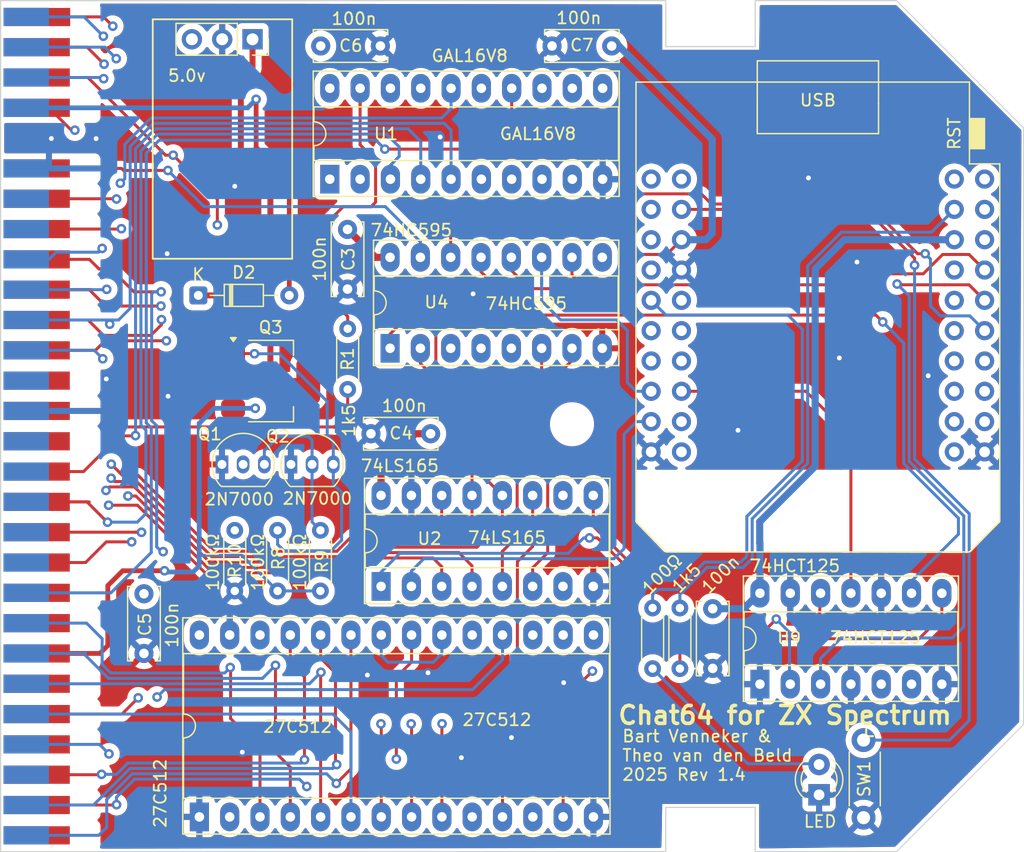
<source format=kicad_pcb>
(kicad_pcb (version 20241229) (generator "pcbnew") (generator_version "9.0")
  (layers (0 "F.Cu" signal) (4 "In1.Cu" signal) (6 "In2.Cu" signal) (2 "B.Cu" signal) (13 "F.Paste" user) (15 "B.Paste" user) (5 "F.SilkS" user "F.Silkscreen") (7 "B.SilkS" user "B.Silkscreen") (1 "F.Mask" user) (3 "B.Mask" user) (25 "Edge.Cuts" user))
  (net 0 "")
  (net 1 "GND")
  (net 2 "Net-(D1-A)")
  (net 3 "RST")
  (net 4 "LED")
  (net 5 "iRST")
  (net 6 "12V out")
  (net 8 "Net-(Q2-D)")
  (net 9 "12V")
  (net 10 "Net-(U1-IO1)")
  (net 11 "Net-(U3-IO_13{slash}TCK)")
  (net 12 "Net-(Q1-D)")
  (net 17 "unconnected-(U2-~{Q7}-Pad7)")
  (net 18 "sclk_1")
  (net 19 "oRST")
  (net 20 "oNMI")
  (net 21 "iIO1")
  (net 23 "RCLK")
  (net 25 "+5V")
  (net 30 "A2")
  (net 31 "A3")
  (net 32 "A4")
  (net 34 "A14")
  (net 35 "A15")
  (net 36 "D1")
  (net 37 "D2")
  (net 38 "D3")
  (net 39 "D4")
  (net 40 "D5")
  (net 42 "iIO2")
  (net 44 "D6")
  (net 45 "D7")
  (net 46 "RomCE")
  (net 51 "~{MREQ}")
  (net 53 "IO1")
  (net 55 "D0")
  (net 56 "IO2")
  (net 57 "~{NMI}")
  (net 58 "A5")
  (net 59 "A6")
  (net 62 "A8")
  (net 63 "A9")
  (net 64 "A10")
  (net 65 "A11")
  (net 67 "~{M1}")
  (net 70 "5V Spectrum")
  (net 72 "A12")
  (net 73 "A13")
  (net 74 "A7")
  (net 78 "~{RD}")
  (net 79 "~{RW}")
  (net 80 "A1")
  (net 81 "~{IORQ}")
  (net 82 "+9V")
  (net 83 "A0")
  (net 87 "sclk_2")
  (net 89 "oSdata")
  (net 90 "SPI CLK")
  (net 91 "MISO")
  (net 92 "MOSI")
  (net 93 "io26")
  (net 94 "io5")
  (net 95 "iSdata")
  (net 96 "iSdataH")
  (net 99 "+3V3")
  (footprint "Resistor_THT:R_Axial_DIN0204_L3.6mm_D1.6mm_P5.08mm_Horizontal" (layer "F.Cu") (at 76.3905 114.3635 90)
    (property "Reference" "R10")
    (property "Value" "100kΩ")
  )
  (footprint "Package_DIP:DIP-16_W7.62mm_Socket_LongPads" (layer "F.Cu") (at 89.403 94.03 90)
    (property "Reference" "U4")
    (property "Value" "74HC595")
  )
  (footprint "LED_THT:LED_D3.0mm" (layer "F.Cu") (at 125.349 131.445 90)
    (property "Reference" "D1" (hide yes))
    (property "Value" "LED")
  )
  (footprint "Capacitor_THT:C_Disc_D6.0mm_W2.5mm_P5.00mm" (layer "F.Cu") (at 107.975 68.7 180)
    (property "Reference" "C7")
    (property "Value" "100n")
  )
  (footprint "Resistor_THT:R_Axial_DIN0204_L3.6mm_D1.6mm_P5.08mm_Horizontal" (layer "F.Cu") (at 85.852 92.3925 -90)
    (property "Reference" "R1")
    (property "Value" "1k5")
  )
  (footprint "Barts:ZX_Bus_Edge_Connector" (layer "F.Cu") (at 60.82 99.28 -90)
    (property "Reference" "Z1" (hide yes))
    (property "Value" "ZX48Bus" (hide yes))
  )
  (footprint "Capacitor_THT:C_Disc_D6.0mm_W2.5mm_P5.00mm" (layer "F.Cu") (at 85.84 84.07 -90)
    (property "Reference" "C3")
    (property "Value" "100n")
  )
  (footprint "Resistor_THT:R_Axial_DIN0204_L3.6mm_D1.6mm_P5.08mm_Horizontal" (layer "F.Cu") (at 113.688 120.8715 90)
    (property "Reference" "R2" (hide yes))
    (property "Value" "1k5")
  )
  (footprint "Capacitor_THT:C_Disc_D6.0mm_W2.5mm_P5.00mm" (layer "F.Cu") (at 92.8 101.19 180)
    (property "Reference" "C4")
    (property "Value" "100n")
  )
  (footprint "MountingHole:MountingHole_3.2mm_M3" (layer "F.Cu") (at 104.648 100.3935)
    (property "Reference" "H1" (hide yes))
    (property "Value" "MountingHole" (hide yes))
  )
  (footprint "Resistor_THT:R_Axial_DIN0204_L3.6mm_D1.6mm_P5.08mm_Horizontal" (layer "F.Cu") (at 111.402 115.7915 -90)
    (property "Reference" "R3" (hide yes))
    (property "Value" "100Ω")
  )
  (footprint "Capacitor_THT:C_Disc_D6.0mm_W2.5mm_P5.00mm" (layer "F.Cu") (at 83.591 68.7)
    (property "Reference" "C6")
    (property "Value" "100n")
  )
  (footprint "Package_DIP:DIP-20_W7.62mm_Socket_LongPads" (layer "F.Cu") (at 84.353 79.863 90)
    (property "Reference" "U1")
    (property "Value" "GAL16V8")
  )
  (footprint "Diode_THT:D_DO-34_SOD68_P7.62mm_Horizontal" (layer "F.Cu") (at 73.3375 89.5985)
    (property "Reference" "D2")
    (property "Value" "BAT86")
  )
  (footprint "Package_DIP:DIP-28_W15.24mm_Socket_LongPads" (layer "F.Cu") (at 73.425 133.295 90)
    (property "Reference" "U7" (hide yes))
    (property "Value" "27C512")
  )
  (footprint "Resistor_THT:R_Axial_DIN0204_L3.6mm_D1.6mm_P5.08mm_Horizontal" (layer "F.Cu") (at 83.566 109.2835 -90)
    (property "Reference" "R9")
    (property "Value" "100kΩ")
  )
  (footprint "Package_DIP:DIP-14_W7.62mm_Socket_LongPads" (layer "F.Cu") (at 120.396 122.174 90)
    (property "Reference" "U9")
    (property "Value" "74HCT125")
  )
  (footprint "Capacitor_THT:C_Disc_D6.0mm_W2.5mm_P5.00mm" (layer "F.Cu") (at 116.4375 115.852 -90)
    (property "Reference" "C8" (hide yes))
    (property "Value" "100n")
  )
  (footprint "Package_TO_SOT_THT:TO-92_Inline" (layer "F.Cu") (at 81.5975 103.759)
    (property "Reference" "Q2")
    (property "Value" "2N7000")
  )
  (footprint "Package_TO_SOT_SMD:SOT-223-3_TabPin2" (layer "F.Cu") (at 79.4 96.774)
    (property "Reference" "Q3")
    (property "Value" "Q_PMOS_GDS")
  )
  (footprint "Barts:5v_switching_TO220" (layer "F.Cu") (at 77.9 68.75 90)
    (property "Reference" "U5" (hide yes))
    (property "Value" "5v module (hx1314G based)" (hide yes))
  )
  (footprint "Package_TO_SOT_THT:TO-92_Inline" (layer "F.Cu") (at 75.819 103.759)
    (property "Reference" "Q1")
    (property "Value" "2N7000")
  )
  (footprint "Resistor_THT:R_Axial_DIN0204_L3.6mm_D1.6mm_P5.08mm_Horizontal" (layer "F.Cu") (at 79.97825 109.2835 -90)
    (property "Reference" "R8")
    (property "Value" "100kΩ")
  )
  (footprint "Capacitor_THT:C_Disc_D6.0mm_W2.5mm_P5.00mm" (layer "F.Cu") (at 68.78 114.6 -90)
    (property "Reference" "C5")
    (property "Value" "100n")
  )
  (footprint "Barts_Footprints:SW_PUSH_HALF_6mm" (layer "F.Cu") (at 128.8775 133.3615 90)
    (property "Reference" "SW1")
    (property "Value" "SW_Push")
  )
  (footprint "Barts:ESP32_mini" (layer "F.Cu") (at 125.250189 91.2825 180)
    (property "Reference" "U3" (hide yes))
    (property "Value" "mini_esp32" (hide yes))
  )
  (footprint "Package_DIP:DIP-16_W7.62mm_Socket_LongPads" (layer "F.Cu") (at 88.65 113.98 90)
    (property "Reference" "U2" (hide yes))
    (property "Value" "74LS165")
  )
  (gr_line (start 112.506125 64.896989) (end 56.769 64.9005) (stroke (width 0.1)) (layer "Edge.Cuts"))
  (gr_line (start 142.49536 125.529) (end 131.845084 136.2075) (stroke (width 0.1)) (layer "Edge.Cuts"))
  (gr_line (start 112.5 132.5) (end 120 132.5) (stroke (width 0.1)) (layer "Edge.Cuts"))
  (gr_line (start 112.5 136.2075) (end 112.5 132.5) (stroke (width 0.1)) (layer "Edge.Cuts"))
  (gr_line (start 112.5 68.75) (end 120 68.75) (stroke (width 0.1)) (layer "Edge.Cuts"))
  (gr_line (start 142.494 75.5685) (end 142.49536 125.529) (stroke (width 0.1)) (layer "Edge.Cuts"))
  (gr_line (start 112.5 64.896989) (end 112.5 68.75) (stroke (width 0.1)) (layer "Edge.Cuts"))
  (gr_line (start 120 68.75) (end 120 64.897) (stroke (width 0.1)) (layer "Edge.Cuts"))
  (gr_line (start 112.5 136.2075) (end 56.769 136.2075) (stroke (width 0.1)) (layer "Edge.Cuts"))
  (gr_line (start 120 132.5) (end 120 136.2075) (stroke (width 0.1)) (layer "Edge.Cuts"))
  (gr_line (start 120 136.2075) (end 131.845084 136.2075) (stroke (width 0.1)) (layer "Edge.Cuts"))
  (gr_line (start 131.83416 64.9005) (end 142.494 75.5685) (stroke (width 0.1)) (layer "Edge.Cuts"))
  (gr_line (start 120 64.897) (end 131.83416 64.9005) (stroke (width 0.1)) (layer "Edge.Cuts"))
  (gr_line (start 56.769 64.9005) (end 56.769 136.2075) (stroke (width 0.1)) (layer "Edge.Cuts"))
  (gr_text "27C512" (at 70.15 131.32 90) (layer "F.SilkS") (effects (font (size 1 1))))
  (gr_text "74HC595" (at 91.186 84.1375 0) (layer "F.SilkS") (effects (font (size 1 1))))
  (gr_text "Bart Venneker & \nTheo van den Beld \n2025 Rev 1.4" (at 108.7755 128.143 0) (layer "F.SilkS") (effects (font (size 1 1)) (justify left)))
  (gr_text "Chat64 for ZX Spectrum" (at 122.4915 124.7775 0) (layer "F.SilkS") (effects (font (size 1.5 1.5) (thickness 0.3))))
  (gr_text "+" (at 129.2945 126.4175 0) (layer "F.SilkS") (effects (font (size 1.5 1.5) (thickness 0.17))))
  (gr_text "27C512" (at 98.3615 125.1585 0) (layer "F.SilkS") (effects (font (size 1 1))))
  (gr_text "GAL16V8" (at 96.075 69.525 0) (layer "F.SilkS") (effects (font (size 1 1))))
  (gr_text "74HCT125" (at 123.317 112.268 0) (layer "F.SilkS") (effects (font (size 1 1))))
  (gr_text "74LS165" (at 90.22 103.88 0) (layer "F.SilkS") (effects (font (size 1 1))))
  (via (at 70.725 86.1) (size 0.8) (drill 0.4) (layers "F.Cu" "B.Cu") (net 1))
  (via (at 77.02 127.87) (size 0.8) (drill 0.4) (layers "F.Cu" "B.Cu") (net 1))
  (via (at 124.46 79.756) (size 0.8) (drill 0.4) (layers "F.Cu" "B.Cu") (net 1))
  (via (at 99.575 126.65) (size 0.8) (drill 0.4) (layers "F.Cu" "B.Cu") (net 1))
  (via (at 93.599 76.327) (size 0.8) (drill 0.4) (layers "F.Cu" "B.Cu") (net 1))
  (via (at 61.0235 76.454) (size 0.8) (drill 0.4) (layers "F.Cu" "B.Cu") (net 1))
  (via (at 103.9495 122.047) (size 0.8) (drill 0.4) (layers "F.Cu" "B.Cu") (net 1))
  (via (at 65.625 96.6) (size 0.8) (drill 0.4) (layers "F.Cu" "B.Cu") (net 1))
  (via (at 118.5545 100.9015) (size 0.8) (drill 0.4) (layers "F.Cu" "B.Cu") (net 1))
  (via (at 96.357 89.47) (size 0.8) (drill 0.4) (layers "F.Cu" "B.Cu") (net 1))
  (via (at 127.045689 94.8415) (size 0.8) (drill 0.4) (layers "F.Cu" "B.Cu") (net 1))
  (via (at 92.583 121.2215) (size 0.8) (drill 0.4) (layers "F.Cu" "B.Cu") (net 1))
  (via (at 95.377 128.3335) (size 0.8) (drill 0.4) (layers "F.Cu" "B.Cu") (net 1))
  (via (at 64.77 76.46) (size 0.8) (drill 0.4) (layers "F.Cu" "B.Cu") (net 1))
  (via (at 134.493 96.3295) (size 0.8) (drill 0.4) (layers "F.Cu" "B.Cu") (net 1))
  (via (at 128.524 86.8045) (size 0.8) (drill 0.4) (layers "F.Cu" "B.Cu") (net 1))
  (via (at 70.8 98.05) (size 0.8) (drill 0.4) (layers "F.Cu" "B.Cu") (net 1))
  (via (at 76.3905 80.4545) (size 0.8) (drill 0.4) (layers "F.Cu" "B.Cu") (net 1))
  (via (at 87.503 121.412) (size 0.8) (drill 0.4) (layers "F.Cu" "B.Cu") (net 1))
  (segment (start 119.372 128.8415) (end 124.968 128.8415) (width 0.25) (layer "B.Cu") (net 2))
  (segment (start 111.402 120.8715) (end 119.372 128.8415) (width 0.25) (layer "B.Cu") (net 2))
  (segment (start 99.593 75.413) (end 99.593 72.243) (width 0.25) (layer "F.Cu") (net 3))
  (segment (start 97.663 77.343) (end 99.593 75.413) (width 0.25) (layer "F.Cu") (net 3))
  (segment (start 88.9635 77.343) (end 97.663 77.343) (width 0.25) (layer "F.Cu") (net 3))
  (via (at 88.9635 77.343) (size 0.8) (drill 0.4) (layers "F.Cu" "B.Cu") (net 3))
  (segment (start 68.97606 100.280842) (end 69.394031 100.698814) (width 0.25) (layer "B.Cu") (net 3))
  (segment (start 70.056653 76.597629) (end 68.97606 77.678222) (width 0.25) (layer "B.Cu") (net 3))
  (segment (start 68.97606 77.678222) (end 68.97606 100.280842) (width 0.25) (layer "B.Cu") (net 3))
  (segment (start 66.014031 114.52) (end 69.394031 111.14) (width 0.25) (layer "B.Cu") (net 3))
  (segment (start 65.22 114.52) (end 60.82 114.52) (width 0.25) (layer "B.Cu") (net 3))
  (segment (start 88.218129 76.597629) (end 70.056653 76.597629) (width 0.25) (layer "B.Cu") (net 3))
  (segment (start 69.394031 100.698814) (end 69.394031 111.14) (width 0.25) (layer "B.Cu") (net 3))
  (segment (start 65.22 114.52) (end 66.014031 114.52) (width 0.25) (layer "B.Cu") (net 3))
  (segment (start 88.9635 77.343) (end 88.218129 76.597629) (width 0.25) (layer "B.Cu") (net 3))
  (segment (start 122.7455 91.2495) (end 123.943189 92.447189) (width 0.25) (layer "B.Cu") (net 4))
  (segment (start 119.296 111.44619) (end 118.79819 111.944) (width 0.25) (layer "B.Cu") (net 4))
  (segment (start 115.76419 111.944) (end 113.47169 114.2365) (width 0.25) (layer "B.Cu") (net 4))
  (segment (start 111.8235 114.2365) (end 111.402 114.658) (width 0.25) (layer "B.Cu") (net 4))
  (segment (start 111.280189 90.0125) (end 112.517189 91.2495) (width 0.25) (layer "B.Cu") (net 4))
  (segment (start 118.79819 111.944) (end 115.76419 111.944) (width 0.25) (layer "B.Cu") (net 4))
  (segment (start 112.517189 91.2495) (end 122.7455 91.2495) (width 0.25) (layer "B.Cu") (net 4))
  (segment (start 111.402 114.658) (end 111.402 115.7915) (width 0.25) (layer "B.Cu") (net 4))
  (segment (start 113.47169 114.2365) (end 111.8235 114.2365) (width 0.25) (layer "B.Cu") (net 4))
  (segment (start 119.296 108.120892) (end 119.296 111.44619) (width 0.25) (layer "B.Cu") (net 4))
  (segment (start 123.943189 92.447189) (end 123.943189 103.473703) (width 0.25) (layer "B.Cu") (net 4))
  (segment (start 123.943189 103.473703) (end 119.296 108.120892) (width 0.25) (layer "B.Cu") (net 4))
  (segment (start 133.35 86.487) (end 133.35 87.06375) (width 0.25) (layer "F.Cu") (net 5))
  (segment (start 130.20675 83.34375) (end 133.35 86.487) (width 0.25) (layer "F.Cu") (net 5))
  (segment (start 129.2555 82.3925) (end 113.820189 82.3925) (width 0.25) (layer "F.Cu") (net 5))
  (segment (start 129.2555 82.3925) (end 130.20675 83.34375) (width 0.25) (layer "F.Cu") (net 5))
  (via (at 133.35 87.06375) (size 0.8) (drill 0.4) (layers "F.Cu" "B.Cu") (net 5))
  (segment (start 137.9285 125.2155) (end 136.2825 126.8615) (width 0.25) (layer "B.Cu") (net 5))
  (segment (start 137.9285 107.89019) (end 137.9285 125.2155) (width 0.25) (layer "B.Cu") (net 5))
  (segment (start 133.35 87.06375) (end 133.35 103.31169) (width 0.25) (layer "B.Cu") (net 5))
  (segment (start 136.2825 126.8615) (end 129.0775 126.8615) (width 0.25) (layer "B.Cu") (net 5))
  (segment (start 133.35 103.31169) (end 137.9285 107.89019) (width 0.25) (layer "B.Cu") (net 5))
  (segment (start 76.9 78.26) (end 76.9 71.55) (width 0.5) (layer "F.Cu") (net 6))
  (segment (start 78.949 80.309) (end 76.9 78.26) (width 0.5) (layer "F.Cu") (net 6))
  (segment (start 79.375 89.535) (end 79.375 80.735) (width 0.5) (layer "F.Cu") (net 6))
  (segment (start 79.375 96.774) (end 76.25 96.774) (width 0.5) (layer "F.Cu") (net 6))
  (segment (start 76.9 71.55) (end 77.878 70.572) (width 0.5) (layer "F.Cu") (net 6))
  (segment (start 79.375 80.735) (end 78.949 80.309) (width 0.5) (layer "F.Cu") (net 6))
  (segment (start 77.878 70.572) (end 77.878 68.137) (width 0.5) (layer "F.Cu") (net 6))
  (segment (start 79.375 89.535) (end 79.3115 89.5985) (width 0.5) (layer "F.Cu") (net 6))
  (segment (start 82.55 96.774) (end 79.375 96.774) (width 0.5) (layer "F.Cu") (net 6))
  (segment (start 79.375 96.774) (end 79.375 89.535) (width 0.5) (layer "F.Cu") (net 6))
  (segment (start 79.3115 89.5985) (end 73.3375 89.5985) (width 0.5) (layer "F.Cu") (net 6))
  (segment (start 75.858 94.742) (end 75.844 94.756) (width 0.4) (layer "F.Cu") (net 8))
  (segment (start 76.25 94.474) (end 78.0275 94.474) (width 0.25) (layer "F.Cu") (net 8))
  (segment (start 78.0275 94.474) (end 78.0415 94.488) (width 0.25) (layer "F.Cu") (net 8))
  (via (at 78.0415 94.488) (size 0.8) (drill 0.4) (layers "F.Cu" "B.Cu") (net 8))
  (segment (start 84.455 110.998) (end 85.344 110.109) (width 0.25) (layer "B.Cu") (net 8))
  (segment (start 85.344 106.1085) (end 84.6475 105.412) (width 0.25) (layer "B.Cu") (net 8))
  (segment (start 85.344 110.109) (end 85.344 106.1085) (width 0.25) (layer "B.Cu") (net 8))
  (segment (start 78.0415 94.488) (end 80.137 94.488) (width 0.25) (layer "B.Cu") (net 8))
  (segment (start 84.1375 98.4885) (end 84.1375 101.346) (width 0.25) (layer "B.Cu") (net 8))
  (segment (start 84.6475 105.412) (end 84.6475 103.759) (width 0.25) (layer "B.Cu") (net 8))
  (segment (start 80.137 94.488) (end 84.1375 98.4885) (width 0.25) (layer "B.Cu") (net 8))
  (segment (start 79.97825 109.2835) (end 79.97825 110.45825) (width 0.25) (layer "B.Cu") (net 8))
  (segment (start 79.97825 110.45825) (end 80.518 110.998) (width 0.25) (layer "B.Cu") (net 8))
  (segment (start 80.518 110.998) (end 84.455 110.998) (width 0.25) (layer "B.Cu") (net 8))
  (segment (start 84.1375 101.346) (end 84.6475 101.856) (width 0.25) (layer "B.Cu") (net 8))
  (segment (start 84.6475 101.856) (end 84.6475 103.759) (width 0.25) (layer "B.Cu") (net 8))
  (segment (start 76.25 99.074) (end 78.091 99.074) (width 0.25) (layer "F.Cu") (net 9))
  (segment (start 65.0875 119.6) (end 60.82 119.6) (width 0.4) (layer "F.Cu") (net 9))
  (segment (start 65.75 118.9375) (end 65.0875 119.6) (width 0.4) (layer "F.Cu") (net 9))
  (segment (start 65.75 113.92) (end 65.75 118.9375) (width 0.4) (layer "F.Cu") (net 9))
  (segment (start 78.091 99.074) (end 78.105 99.06) (width 0.25) (layer "F.Cu") (net 9))
  (segment (start 67 112.67) (end 65.75 113.92) (width 0.4) (layer "F.Cu") (net 9))
  (segment (start 70.5 112.67) (end 67 112.67) (width 0.4) (layer "F.Cu") (net 9))
  (via (at 70.5 112.67) (size 0.8) (drill 0.4) (layers "F.Cu" "B.Cu") (net 9))
  (via (at 78.105 99.06) (size 0.8) (drill 0.4) (layers "F.Cu" "B.Cu") (net 9))
  (segment (start 76.99375 111.379) (end 73.4695 111.379) (width 0.25) (layer "B.Cu") (net 9))
  (segment (start 73.41 100.838) (end 73.41 100.326) (width 0.4) (layer "B.Cu") (net 9))
  (segment (start 73.41 100.326) (end 74.676 99.06) (width 0.4) (layer "B.Cu") (net 9))
  (segment (start 73.41 112.264) (end 73.41 106.36) (width 0.4) (layer "B.Cu") (net 9))
  (segment (start 73.41 106.36) (end 73.5 106.45) (width 0.4) (layer "B.Cu") (net 9))
  (segment (start 73.41 101.95) (end 73.41 106.36) (width 0.4) (layer "B.Cu") (net 9))
  (segment (start 70.5 112.67) (end 70.606 112.776) (width 0.4) (layer "B.Cu") (net 9))
  (segment (start 72.898 112.776) (end 73.41 112.264) (width 0.4) (layer "B.Cu") (net 9))
  (segment (start 73.41 101.61) (end 73.41 100.838) (width 0.4) (layer "B.Cu") (net 9))
  (segment (start 83.566 114.3635) (end 79.97825 114.3635) (width 0.25) (layer "B.Cu") (net 9))
  (segment (start 73.41 101.95) (end 73.41 101.61) (width 0.4) (layer "B.Cu") (net 9))
  (segment (start 79.97825 114.3635) (end 76.99375 111.379) (width 0.25) (layer "B.Cu") (net 9))
  (segment (start 74.676 99.06) (end 78.105 99.06) (width 0.4) (layer "B.Cu") (net 9))
  (segment (start 70.606 112.776) (end 72.898 112.776) (width 0.4) (layer "B.Cu") (net 9))
  (segment (start 86.893 76.983) (end 88.19 78.28) (width 0.25) (layer "F.Cu") (net 10))
  (segment (start 88.19 81.788) (end 87.809 82.169) (width 0.25) (layer "F.Cu") (net 10))
  (segment (start 86.893 72.243) (end 86.893 76.983) (width 0.25) (layer "F.Cu") (net 10))
  (segment (start 86.893 72.243) (end 86.893 73.847) (width 0.25) (layer "F.Cu") (net 10))
  (segment (start 84.341 89.8525) (end 85.852 91.3635) (width 0.25) (layer "F.Cu") (net 10))
  (segment (start 88.19 78.28) (end 88.19 81.788) (width 0.25) (layer "F.Cu") (net 10))
  (segment (start 85.852 91.3635) (end 85.852 92.3925) (width 0.25) (layer "F.Cu") (net 10))
  (segment (start 85.471 82.169) (end 84.341 83.299) (width 0.25) (layer "F.Cu") (net 10))
  (segment (start 87.809 82.169) (end 85.471 82.169) (width 0.25) (layer "F.Cu") (net 10))
  (segment (start 84.341 83.299) (end 84.341 89.8525) (width 0.25) (layer "F.Cu") (net 10))
  (segment (start 113.688 115.7915) (end 113.7285 115.751) (width 0.25) (layer "F.Cu") (net 11))
  (segment (start 134.766189 84.3065) (end 136.680189 82.3925) (width 0.25) (layer "B.Cu") (net 11))
  (segment (start 113.688 115.7915) (end 113.688 114.658) (width 0.25) (layer "B.Cu") (net 11))
  (segment (start 118.985 112.395) (end 119.747 111.633) (width 0.25) (layer "B.Cu") (net 11))
  (segment (start 113.688 114.658) (end 115.951 112.395) (width 0.25) (layer "B.Cu") (net 11))
  (segment (start 119.747 111.633) (end 119.747 108.307702) (width 0.25) (layer "B.Cu") (net 11))
  (segment (start 127.215702 84.3065) (end 134.766189 84.3065) (width 0.25) (layer "B.Cu") (net 11))
  (segment (start 119.747 108.307702) (end 124.394189 103.660513) (width 0.25) (layer "B.Cu") (net 11))
  (segment (start 124.394189 103.660513) (end 124.394189 87.128013) (width 0.25) (layer "B.Cu") (net 11))
  (segment (start 124.394189 87.128013) (end 127.215702 84.3065) (width 0.25) (layer "B.Cu") (net 11))
  (segment (start 115.951 112.395) (end 118.985 112.395) (width 0.25) (layer "B.Cu") (net 11))
  (segment (start 82.8675 103.759) (end 82.8675 108.585) (width 0.25) (layer "B.Cu") (net 12))
  (segment (start 82.8675 101.727) (end 82.8675 103.759) (width 0.25) (layer "B.Cu") (net 12))
  (segment (start 78.869 103.632) (end 78.869 102.614) (width 0.25) (layer "B.Cu") (net 12))
  (segment (start 78.869 102.614) (end 80.0735 101.4095) (width 0.25) (layer "B.Cu") (net 12))
  (segment (start 80.0735 101.4095) (end 82.55 101.4095) (width 0.25) (layer "B.Cu") (net 12))
  (segment (start 82.55 101.4095) (end 82.8675 101.727) (width 0.25) (layer "B.Cu") (net 12))
  (segment (start 82.8675 108.585) (end 83.566 109.2835) (width 0.25) (layer "B.Cu") (net 12))
  (segment (start 111.280189 100.1725) (end 110.059 100.1725) (width 0.25) (layer "B.Cu") (net 18))
  (segment (start 92.23 111.66) (end 108.165 111.66) (width 0.25) (layer "B.Cu") (net 18))
  (segment (start 108.165 111.66) (end 109.0125 110.8125) (width 0.25) (layer "B.Cu") (net 18))
  (segment (start 91.19 112.7) (end 92.23 111.66) (width 0.25) (layer "B.Cu") (net 18))
  (segment (start 109.0125 110.8125) (end 109.0125 101.219) (width 0.25) (layer "B.Cu") (net 18))
  (segment (start 91.19 113.98) (end 91.19 112.7) (width 0.25) (layer "B.Cu") (net 18))
  (segment (start 110.059 100.1725) (end 109.0125 101.219) (width 0.25) (layer "B.Cu") (net 18))
  (segment (start 124.239 97.6325) (end 128.016 101.4095) (width 0.25) (layer "F.Cu") (net 21))
  (segment (start 128.016 101.4095) (end 128.016 114.554) (width 0.25) (layer "F.Cu") (net 21))
  (segment (start 113.820189 97.6325) (end 124.239 97.6325) (width 0.25) (layer "F.Cu") (net 21))
  (segment (start 108.7055 89.0335) (end 101.0985 89.0335) (width 0.25) (layer "F.Cu") (net 23))
  (segment (start 135.6995 86.1695) (end 134.08025 87.78875) (width 0.25) (layer "F.Cu") (net 23))
  (segment (start 137.917189 86.1695) (end 135.6995 86.1695) (width 0.25) (layer "F.Cu") (net 23))
  (segment (start 109.0295 88.7095) (end 108.7055 89.0335) (width 0.25) (layer "F.Cu") (net 23))
  (segment (start 134.08025 87.78875) (end 130.33375 87.78875) (width 0.25) (layer "F.Cu") (net 23))
  (segment (start 101.0985 89.0335) (end 99.563 87.498) (width 0.25) (layer "F.Cu") (net 23))
  (segment (start 139.220189 87.4725) (end 137.917189 86.1695) (width 0.25) (layer "F.Cu") (net 23))
  (segment (start 99.563 87.498) (end 99.563 86.41) (width 0.25) (layer "F.Cu") (net 23))
  (segment (start 130.33375 87.78875) (end 129.413 88.7095) (width 0.25) (layer "F.Cu") (net 23))
  (segment (start 129.413 88.7095) (end 109.0295 88.7095) (width 0.25) (layer "F.Cu") (net 23))
  (segment (start 104.643 86.41) (end 104.643 87.879) (width 0.25) (layer "F.Cu") (net 25))
  (segment (start 105.3465 88.5825) (end 107.7595 88.5825) (width 0.25) (layer "F.Cu") (net 25))
  (segment (start 112.583189 86.1695) (end 113.820189 84.9325) (width 0.25) (layer "F.Cu") (net 25))
  (segment (start 91.51 101.19) (end 92.8 101.19) (width 0.6) (layer "F.Cu") (net 25))
  (segment (start 85.84 84.07) (end 88.18 86.41) (width 0.6) (layer "F.Cu") (net 25))
  (segment (start 88.65 104.05) (end 91.51 101.19) (width 0.6) (layer "F.Cu") (net 25))
  (segment (start 110.1725 86.1695) (end 112.583189 86.1695) (width 0.25) (layer "F.Cu") (net 25))
  (segment (start 104.643 87.879) (end 105.3465 88.5825) (width 0.25) (layer "F.Cu") (net 25))
  (segment (start 88.18 86.41) (end 89.403 86.41) (width 0.6) (layer "F.Cu") (net 25))
  (segment (start 107.7595 88.5825) (end 110.1725 86.1695) (width 0.25) (layer "F.Cu") (net 25))
  (segment (start 88.65 106.36) (end 88.65 104.05) (width 0.6) (layer "F.Cu") (net 25))
  (segment (start 107.975 68.7) (end 108.578 68.7) (width 0.6) (layer "B.Cu") (net 25))
  (segment (start 116.3955 84.3915) (end 115.8545 84.9325) (width 0.6) (layer "B.Cu") (net 25))
  (segment (start 108.578 68.7) (end 116.3955 76.5175) (width 0.6) (layer "B.Cu") (net 25))
  (segment (start 116.3955 76.5175) (end 116.3955 84.3915) (width 0.6) (layer "B.Cu") (net 25))
  (segment (start 115.8545 84.9325) (end 113.820189 84.9325) (width 0.6) (layer "B.Cu") (net 25))
  (segment (start 91.205 125.535) (end 91.205 133.295) (width 0.25) (layer "F.Cu") (net 30))
  (segment (start 91.17 125.5) (end 91.205 125.535) (width 0.25) (layer "F.Cu") (net 30))
  (via (at 91.17 125.5) (size 0.8) (drill 0.4) (layers "F.Cu" "B.Cu") (net 30))
  (via (at 65.913 92.0115) (size 0.8) (drill 0.4) (layers "F.Cu" "B.Cu") (net 30))
  (segment (start 67.6275 77.119629) (end 69.563129 75.184) (width 0.25) (layer "B.Cu") (net 30))
  (segment (start 64.677 91.66) (end 65.1805 91.66) (width 0.25) (layer "B.Cu") (net 30))
  (segment (start 65.1805 91.66) (end 65.5615 91.66) (width 0.25) (layer "B.Cu") (net 30))
  (segment (start 65.5615 91.66) (end 65.913 92.0115) (width 0.25) (layer "B.Cu") (net 30))
  (segment (start 94.513 75.756) (end 94.513 79.863) (width 0.25) (layer "B.Cu") (net 30))
  (segment (start 66.65 91.66) (end 67.6275 90.6825) (width 0.25) (layer "B.Cu") (net 30))
  (segment (start 93.941 75.184) (end 94.513 75.756) (width 0.25) (layer "B.Cu") (net 30))
  (segment (start 69.563129 75.184) (end 93.941 75.184) (width 0.25) (layer "B.Cu") (net 30))
  (segment (start 67.6275 90.6825) (end 67.6275 77.119629) (width 0.25) (layer "B.Cu") (net 30))
  (segment (start 65.1805 91.66) (end 66.65 91.66) (width 0.25) (layer "B.Cu") (net 30))
  (segment (start 60.82 91.66) (end 64.677 91.66) (width 0.25) (layer "B.Cu") (net 30))
  (segment (start 88.665 125.525) (end 88.665 133.295) (width 0.25) (layer "F.Cu") (net 31))
  (segment (start 88.64 125.5) (end 88.665 125.525) (width 0.25) (layer "F.Cu") (net 31))
  (via (at 88.64 125.5) (size 0.8) (drill 0.4) (layers "F.Cu" "B.Cu") (net 31))
  (via (at 65.33 94.91) (size 0.8) (drill 0.4) (layers "F.Cu" "B.Cu") (net 31))
  (segment (start 64.62 94.2) (end 65.33 94.91) (width 0.25) (layer "B.Cu") (net 31))
  (segment (start 60.82 94.2) (end 64.62 94.2) (width 0.25) (layer "B.Cu") (net 31))
  (segment (start 84.61 124.68) (end 86.125 126.195) (width 0.25) (layer "B.Cu") (net 32))
  (segment (start 86.125 126.195) (end 86.125 133.295) (width 0.25) (layer "B.Cu") (net 32))
  (segment (start 60.82 124.68) (end 84.61 124.68) (width 0.25) (layer "B.Cu") (net 32))
  (via (at 65.38 67.88) (size 0.8) (drill 0.4) (layers "F.Cu" "B.Cu") (net 34))
  (segment (start 63.76 66.26) (end 65.38 67.88) (width 0.25) (layer "B.Cu") (net 34))
  (segment (start 60.82 66.26) (end 63.76 66.26) (width 0.25) (layer "B.Cu") (net 34))
  (segment (start 65.39 66.26) (end 60.82 66.26) (width 0.25) (layer "F.Cu") (net 35))
  (segment (start 66.17 67.04) (end 65.39 66.26) (width 0.25) (layer "F.Cu") (net 35))
  (via (at 66.17 67.04) (size 0.8) (drill 0.4) (layers "F.Cu" "B.Cu") (net 35))
  (segment (start 66.46 81.5) (end 60.82 81.5) (width 0.25) (layer "F.Cu") (net 36))
  (segment (start 96.721 99.431) (end 93.24 95.95) (width 0.25) (layer "F.Cu") (net 36))
  (segment (start 74.27312 111.9375) (end 85.31838 111.9375) (width 0.25) (layer "F.Cu") (net 36))
  (segment (start 93.24 95.95) (end 93.24 92.43) (width 0.25) (layer "F.Cu") (net 36))
  (segment (start 65.6 105.94) (end 65.894 105.646) (width 0.25) (layer "F.Cu") (net 36))
  (segment (start 65.894 105.646) (end 67.98162 105.646) (width 0.25) (layer "F.Cu") (net 36))
  (segment (start 93.24 92.43) (end 92.6 91.79) (width 0.25) (layer "F.Cu") (net 36))
  (segment (start 92.6 91.79) (end 90.45 91.79) (width 0.25) (layer "F.Cu") (net 36))
  (segment (start 85.31838 111.9375) (end 86.55788 110.698) (width 0.25) (layer "F.Cu") (net 36))
  (segment (start 86.55788 110.698) (end 96.682 110.698) (width 0.25) (layer "F.Cu") (net 36))
  (segment (start 96.721 104.271) (end 96.721 99.431) (width 0.25) (layer "F.Cu") (net 36))
  (segment (start 98.81 108.57) (end 98.81 106.36) (width 0.25) (layer "F.Cu") (net 36))
  (segment (start 98.81 106.36) (end 96.721 104.271) (width 0.25) (layer "F.Cu") (net 36))
  (segment (start 89.403 94.03) (end 88.94 94.493) (width 0.25) (layer "F.Cu") (net 36))
  (segment (start 90.45 91.79) (end 89.403 92.837) (width 0.25) (layer "F.Cu") (net 36))
  (segment (start 67.98162 105.646) (end 74.27312 111.9375) (width 0.25) (layer "F.Cu") (net 36))
  (segment (start 89.403 92.837) (end 89.403 94.03) (width 0.25) (layer "F.Cu") (net 36))
  (segment (start 66.48 81.52) (end 66.46 81.5) (width 0.25) (layer "F.Cu") (net 36))
  (segment (start 96.682 110.698) (end 98.81 108.57) (width 0.25) (layer "F.Cu") (net 36))
  (via (at 65.6 105.94) (size 0.8) (drill 0.4) (layers "F.Cu" "B.Cu") (net 36))
  (via (at 66.48 81.52) (size 0.8) (drill 0.4) (layers "F.Cu" "B.Cu") (net 36))
  (segment (start 106.36 121.08) (end 103.905 123.535) (width 0.25) (layer "F.Cu") (net 37))
  (segment (start 94.993 110.247) (end 96.27 108.97) (width 0.25) (layer "F.Cu") (net 37))
  (segment (start 91.943 95.29081) (end 96.27 99.61781) (width 0.25) (layer "F.Cu") (net 37))
  (segment (start 66.86 84.04) (end 60.82 84.04) (width 0.25) (layer "F.Cu") (net 37))
  (segment (start 103.905 123.535) (end 103.905 133.295) (width 0.25) (layer "F.Cu") (net 37))
  (segment (start 68.16843 105.195) (end 74.45993 111.4865) (width 0.25) (layer "F.Cu") (net 37))
  (segment (start 66.03 104.92) (end 66.25192 105.14192) (width 0.25) (layer "F.Cu") (net 37))
  (segment (start 66.89 84.01) (end 66.86 84.04) (width 0.25) (layer "F.Cu") (net 37))
  (segment (start 86.37107 110.247) (end 94.993 110.247) (width 0.25) (layer "F.Cu") (net 37))
  (segment (start 96.27 108.97) (end 96.27 106.36) (width 0.25) (layer "F.Cu") (net 37))
  (segment (start 96.27 99.61781) (end 96.27 106.36) (width 0.25) (layer "F.Cu") (net 37))
  (segment (start 91.943 94.03) (end 91.943 95.29081) (width 0.25) (layer "F.Cu") (net 37))
  (segment (start 85.13157 111.4865) (end 86.37107 110.247) (width 0.25) (layer "F.Cu") (net 37))
  (segment (start 74.45993 111.4865) (end 85.13157 111.4865) (width 0.25) (layer "F.Cu") (net 37))
  (segment (start 66.03 104.92) (end 66.305 105.195) (width 0.25) (layer "F.Cu") (net 37))
  (segment (start 66.305 105.195) (end 68.16843 105.195) (width 0.25) (layer "F.Cu") (net 37))
  (via (at 66.03 104.92) (size 0.8) (drill 0.4) (layers "F.Cu" "B.Cu") (net 37))
  (via (at 106.36 121.08) (size 0.8) (drill 0.4) (layers "F.Cu" "B.Cu") (net 37))
  (via (at 66.89 84.01) (size 0.8) (drill 0.4) (layers "F.Cu" "B.Cu") (net 37))
  (segment (start 91.943 94.03) (end 91.943 95.137) (width 0.25) (layer "B.Cu") (net 37))
  (segment (start 91.943 95.137) (end 91.923 95.137) (width 0.25) (layer "B.Cu") (net 37))
  (segment (start 92.714 109.796) (end 93.73 108.78) (width 0.25) (layer "F.Cu") (net 38))
  (segment (start 70.25 92.056) (end 70.25 91.63) (width 0.25) (layer "F.Cu") (net 38))
  (segment (start 65.39148 92.95048) (end 69.35552 92.95048) (width 0.25) (layer "F.Cu") (net 38))
  (segment (start 86.18426 109.796) (end 92.714 109.796) (width 0.25) (layer "F.Cu") (net 38))
  (segment (start 66.99402 104.6924) (end 68.30364 104.6924) (width 0.25) (layer "F.Cu") (net 38))
  (segment (start 60.82 91.66) (end 64.101 91.66) (width 0.25) (layer "F.Cu") (net 38))
  (segment (start 74.64674 111.0355) (end 84.94476 111.0355) (width 0.25) (layer "F.Cu") (net 38))
  (segment (start 66.04162 103.74) (end 66.99402 104.6924) (width 0.25) (layer "F.Cu") (net 38))
  (segment (start 93.73 108.78) (end 93.73 106.36) (width 0.25) (layer "F.Cu") (net 38))
  (segment (start 64.101 91.66) (end 65.39148 92.95048) (width 0.25) (layer "F.Cu") (net 38))
  (segment (start 68.30364 104.6924) (end 74.64674 111.0355) (width 0.25) (layer "F.Cu") (net 38))
  (segment (start 69.35552 92.95048) (end 70.25 92.056) (width 0.25) (layer "F.Cu") (net 38))
  (segment (start 84.94476 111.0355) (end 86.18426 109.796) (width 0.25) (layer "F.Cu") (net 38))
  (segment (start 64.42 91.66) (end 60.82 91.66) (width 0.25) (layer "F.Cu") (net 38))
  (via (at 70.25 91.63) (size 0.8) (drill 0.4) (layers "F.Cu" "B.Cu") (net 38))
  (via (at 66.04162 103.74) (size 0.8) (drill 0.4) (layers "F.Cu" "B.Cu") (net 38))
  (segment (start 86.9315 111.6) (end 93 111.6) (width 0.25) (layer "F.Cu") (net 39))
  (segment (start 64.72 94.2) (end 60.82 94.2) (width 0.25) (layer "F.Cu") (net 39))
  (segment (start 68.24 107.18) (end 73.8995 112.8395) (width 0.25) (layer "F.Cu") (net 39))
  (segment (start 70.66 93.4) (end 65.52 93.4) (width 0.25) (layer "F.Cu") (net 39))
  (segment (start 85.692 112.8395) (end 86.9315 111.6) (width 0.25) (layer "F.Cu") (net 39))
  (segment (start 93.73 112.33) (end 93.73 113.98) (width 0.25) (layer "F.Cu") (net 39))
  (segment (start 73.8995 112.8395) (end 85.692 112.8395) (width 0.25) (layer "F.Cu") (net 39))
  (segment (start 65.82 107.18) (end 68.24 107.18) (width 0.25) (layer "F.Cu") (net 39))
  (segment (start 65.52 93.4) (end 64.72 94.2) (width 0.25) (layer "F.Cu") (net 39))
  (segment (start 93 111.6) (end 93.73 112.33) (width 0.25) (layer "F.Cu") (net 39))
  (via (at 70.66 93.4) (size 0.8) (drill 0.4) (layers "F.Cu" "B.Cu") (net 39))
  (via (at 65.82 107.18) (size 0.8) (drill 0.4) (layers "F.Cu" "B.Cu") (net 39))
  (segment (start 68.10781 106.41) (end 74.08631 112.3885) (width 0.25) (layer "F.Cu") (net 40))
  (segment (start 65.57 90.49) (end 70.2 90.49) (width 0.25) (layer "F.Cu") (net 40))
  (segment (start 64.423 89.12) (end 60.82 89.12) (width 0.25) (layer "F.Cu") (net 40))
  (segment (start 64.2 89.12) (end 65.11 90.03) (width 0.25) (layer "F.Cu") (net 40))
  (segment (start 85.50519 112.3885) (end 86.74469 111.149) (width 0.25) (layer "F.Cu") (net 40))
  (segment (start 95.159 111.149) (end 96.27 112.26) (width 0.25) (layer "F.Cu") (net 40))
  (segment (start 86.74469 111.149) (end 95.159 111.149) (width 0.25) (layer "F.Cu") (net 40))
  (segment (start 96.27 112.26) (end 96.27 113.98) (width 0.25) (layer "F.Cu") (net 40))
  (segment (start 65.11 90.03) (end 65.57 90.49) (width 0.25) (layer "F.Cu") (net 40))
  (segment (start 60.82 89.12) (end 64.2 89.12) (width 0.25) (layer "F.Cu") (net 40))
  (segment (start 67.44 106.41) (end 68.10781 106.41) (width 0.25) (layer "F.Cu") (net 40))
  (segment (start 74.08631 112.3885) (end 85.50519 112.3885) (width 0.25) (layer "F.Cu") (net 40))
  (via (at 70.2 90.49) (size 0.8) (drill 0.4) (layers "F.Cu" "B.Cu") (net 40))
  (via (at 67.44 106.41) (size 0.8) (drill 0.4) (layers "F.Cu" "B.Cu") (net 40))
  (segment (start 113.688 120.8715) (end 113.688 118.976) (width 0.25) (layer "F.Cu") (net 42))
  (segment (start 113.688 118.976) (end 114.301 118.363) (width 0.25) (layer "F.Cu") (net 42))
  (segment (start 133.732 118.363) (end 135.636 116.459) (width 0.25) (layer "F.Cu") (net 42))
  (segment (start 135.636 116.459) (end 135.636 114.554) (width 0.25) (layer "F.Cu") (net 42))
  (segment (start 114.301 118.363) (end 133.732 118.363) (width 0.25) (layer "F.Cu") (net 42))
  (segment (start 60.82 86.58) (end 64.21 86.58) (width 0.25) (layer "F.Cu") (net 44))
  (segment (start 67.94 89.3) (end 70.22 89.3) (width 0.25) (layer "F.Cu") (net 44))
  (segment (start 101.155 97.045) (end 100.9575 97.2425) (width 0.25) (layer "F.Cu") (net 44))
  (segment (start 64.21 86.58) (end 64.91975 87.28975) (width 0.25) (layer "F.Cu") (net 44))
  (segment (start 67.84 89.2) (end 67.94 89.3) (width 0.25) (layer "F.Cu") (net 44))
  (segment (start 102.103 96.097) (end 101.155 97.045) (width 0.25) (layer "F.Cu") (net 44))
  (segment (start 66.016 87.376) (end 67.84 89.2) (width 0.25) (layer "F.Cu") (net 44))
  (segment (start 98.81 113.98) (end 98.81 111.05) (width 0.25) (layer "F.Cu") (net 44))
  (segment (start 102.103 94.03) (end 102.103 96.097) (width 0.25) (layer "F.Cu") (net 44))
  (segment (start 100.05 109.81) (end 100.05 98.15) (width 0.25) (layer "F.Cu") (net 44))
  (segment (start 65.006 87.376) (end 66.016 87.376) (width 0.25) (layer "F.Cu") (net 44))
  (segment (start 100.05 98.15) (end 101.155 97.045) (width 0.25) (layer "F.Cu") (net 44))
  (segment (start 65.006 87.376) (end 64.91975 87.28975) (width 0.25) (layer "F.Cu") (net 44))
  (segment (start 98.81 111.05) (end 100.05 109.81) (width 0.25) (layer "F.Cu") (net 44))
  (via (at 70.22 89.3) (size 0.8) (drill 0.4) (layers "F.Cu" "B.Cu") (net 44))
  (via (at 70.39 111.07) (size 0.8) (drill 0.4) (layers "F.Cu" "B.Cu") (net 44))
  (via (at 69.88 123.25) (size 0.8) (drill 0.4) (layers "F.Cu" "B.Cu") (net 44))
  (segment (start 70.5 122.63) (end 69.88 123.25) (width 0.25) (layer "B.Cu") (net 44))
  (segment (start 98.825 118.055) (end 98.825 120.115) (width 0.25) (layer "B.Cu") (net 44))
  (segment (start 96.31 122.63) (end 73.34 122.63) (width 0.25) (layer "B.Cu") (net 44))
  (segment (start 69.42706 100.094033) (end 69.42706 89.47294) (width 0.25) (layer "B.Cu") (net 44))
  (segment (start 69.845031 100.512004) (end 69.42706 100.094033) (width 0.25) (layer "B.Cu") (net 44))
  (segment (start 70.39 111.07) (end 70.25 111.07) (width 0.25) (layer "B.Cu") (net 44))
  (segment (start 73.34 122.63) (end 70.5 122.63) (width 0.25) (layer "B.Cu") (net 44))
  (segment (start 69.6 89.3) (end 70.22 89.3) (width 0.25) (layer "B.Cu") (net 44))
  (segment (start 98.825 120.115) (end 96.349 122.591) (width 0.25) (layer "B.Cu") (net 44))
  (segment (start 69.845031 105.835031) (end 69.845031 105.37) (width 0.25) (layer "B.Cu") (net 44))
  (segment (start 69.845031 105.37) (end 69.845031 100.512004) (width 0.25) (layer "B.Cu") (net 44))
  (segment (start 69.845031 110.665031) (end 69.845031 105.37) (width 0.25) (layer "B.Cu") (net 44))
  (segment (start 70.25 111.07) (end 69.845031 110.665031) (width 0.25) (layer "B.Cu") (net 44))
  (segment (start 69.42706 89.47294) (end 69.6 89.3) (width 0.25) (layer "B.Cu") (net 44))
  (segment (start 96.349 122.591) (end 96.31 122.63) (width 0.25) (layer "B.Cu") (net 44))
  (segment (start 74.75 81.37) (end 74.93 81.55) (width 0.25) (layer "F.Cu") (net 45))
  (segment (start 104.643 95.057) (end 103.88225 95.81775) (width 0.25) (layer "F.Cu") (net 45))
  (segment (start 64.08 71.34) (end 60.82 71.34) (width 0.25) (layer "F.Cu") (net 45))
  (segment (start 74.75 81.37) (end 71.23 77.85) (width 0.25) (layer "F.Cu") (net 45))
  (segment (start 103.88225 95.81775) (end 103.02006 95.81775) (width 0.25) (layer "F.Cu") (net 45))
  (segment (start 101.35 112.42) (end 101.35 113.98) (width 0.25) (layer "F.Cu") (net 45))
  (segment (start 100.501 98.33681) (end 100.501 102.5525) (width 0.25) (layer "F.Cu") (net 45))
  (segment (start 74.93 81.55) (end 74.93 83.693) (width 0.25) (layer "F.Cu") (net 45))
  (segment (start 100.501 102.5525) (end 102.61 104.6615) (width 0.25) (layer "F.Cu") (net 45))
  (segment (start 71.23 77.85) (end 70.59 77.85) (width 0.25) (layer "F.Cu") (net 45))
  (segment (start 104.643 94.03) (end 104.643 95.057) (width 0.25) (layer "F.Cu") (net 45))
  (segment (start 102.61 111.16) (end 101.35 112.42) (width 0.25) (layer "F.Cu") (net 45))
  (segment (start 70.59 77.85) (end 64.08 71.34) (width 0.25) (layer "F.Cu") (net 45))
  (segment (start 103.02006 95.81775) (end 100.501 98.33681) (width 0.25) (layer "F.Cu") (net 45))
  (segment (start 102.61 104.6615) (end 102.61 111.16) (width 0.25) (layer "F.Cu") (net 45))
  (via (at 71.23 77.85) (size 0.8) (drill 0.4) (layers "F.Cu" "B.Cu") (net 45))
  (via (at 74.93 83.693) (size 0.8) (drill 0.4) (layers "F.Cu" "B.Cu") (net 45))
  (via (at 66.802 80.2005) (size 0.8) (drill 0.4) (layers "F.Cu" "B.Cu") (net 46))
  (segment (start 93.73448 74.73448) (end 94.513 73.95596) (width 0.25) (layer "B.Cu") (net 46))
  (segment (start 67.1765 76.932819) (end 67.60966 76.499659) (width 0.25) (layer "B.Cu") (net 46))
  (segment (start 66.802 80.2005) (end 67.1765 79.826) (width 0.25) (layer "B.Cu") (net 46))
  (segment (start 88.665 118.055) (end 88.665 119.78) (width 0.25) (layer "B.Cu") (net 46))
  (segment (start 94.513 73.95596) (end 94.513 72.243) (width 0.25) (layer "B.Cu") (net 46))
  (segment (start 93.745 119.615) (end 93.745 118.055) (width 0.25) (layer "B.Cu") (net 46))
  (segment (start 88.665 119.78) (end 89.2175 120.3325) (width 0.25) (layer "B.Cu") (net 46))
  (segment (start 69.376931 74.73448) (end 67.610706 76.500706) (width 0.25) (layer "B.Cu") (net 46))
  (segment (start 93.0275 120.3325) (end 93.745 119.615) (width 0.25) (layer "B.Cu") (net 46))
  (segment (start 67.1765 79.826) (end 67.1765 76.932819) (width 0.25) (layer "B.Cu") (net 46))
  (segment (start 89.2175 120.3325) (end 93.0275 120.3325) (width 0.25) (layer "B.Cu") (net 46))
  (segment (start 93.73448 74.73448) (end 69.376931 74.73448) (width 0.25) (layer "B.Cu") (net 46))
  (segment (start 66.71 101.37) (end 68.048 101.37) (width 0.25) (layer "F.Cu") (net 51))
  (segment (start 60.82 104.36) (end 63.72 104.36) (width 0.25) (layer "F.Cu") (net 51))
  (segment (start 65.05 103.03) (end 66.71 101.37) (width 0.25) (layer "F.Cu") (net 51))
  (segment (start 68.048 101.37) (end 68.072 101.346) (width 0.25) (layer "F.Cu") (net 51))
  (segment (start 63.72 104.36) (end 65.05 103.03) (width 0.25) (layer "F.Cu") (net 51))
  (via (at 68.072 101.346) (size 0.8) (drill 0.4) (layers "F.Cu" "B.Cu") (net 51))
  (segment (start 68.07702 77.305827) (end 69.749327 75.63352) (width 0.25) (layer "B.Cu") (net 51))
  (segment (start 90.90852 75.63352) (end 91.973 76.698) (width 0.25) (layer "B.Cu") (net 51))
  (segment (start 91.973 76.698) (end 91.973 79.863) (width 0.25) (layer "B.Cu") (net 51))
  (segment (start 68.07702 101.34098) (end 68.07702 77.305827) (width 0.25) (layer "B.Cu") (net 51))
  (segment (start 69.749327 75.63352) (end 90.90852 75.63352) (width 0.25) (layer "B.Cu") (net 51))
  (segment (start 68.072 101.346) (end 68.07702 101.34098) (width 0.25) (layer "B.Cu") (net 51))
  (segment (start 108.82475 117.27025) (end 109.4665 117.912) (width 0.25) (layer "F.Cu") (net 53))
  (segment (start 107.95 111.09) (end 108.82475 111.96475) (width 0.25) (layer "F.Cu") (net 53))
  (segment (start 106.7785 109.9185) (end 106.1085 109.9185) (width 0.25) (layer "F.Cu") (net 53))
  (segment (start 125.4125 116.199) (end 125.4125 114.554) (width 0.25) (layer "F.Cu") (net 53))
  (segment (start 108.82475 111.96475) (end 108.82475 117.27025) (width 0.25) (layer "F.Cu") (net 53))
  (segment (start 107.95 111.09) (end 106.7785 109.9185) (width 0.25) (layer "F.Cu") (net 53))
  (segment (start 123.6995 117.912) (end 125.4125 116.199) (width 0.25) (layer "F.Cu") (net 53))
  (segment (start 109.4665 117.912) (end 123.6995 117.912) (width 0.25) (layer "F.Cu") (net 53))
  (via (at 106.1085 109.9185) (size 0.8) (drill 0.4) (layers "F.Cu" "B.Cu") (net 53))
  (segment (start 106.1085 109.9185) (end 105.621 109.9185) (width 0.25) (layer "B.Cu") (net 53))
  (segment (start 100.87 111.209) (end 104.3305 111.209) (width 0.25) (layer "B.Cu") (net 53))
  (segment (start 88.65 112.78) (end 90.221 111.209) (width 0.25) (layer "B.Cu") (net 53))
  (segment (start 105.621 109.9185) (end 104.3305 111.209) (width 0.25) (layer "B.Cu") (net 53))
  (segment (start 90.221 111.209) (end 100.87 111.209) (width 0.25) (layer "B.Cu") (net 53))
  (segment (start 88.65 113.98) (end 88.65 112.78) (width 0.25) (layer "B.Cu") (net 53))
  (segment (start 98.825 128.5) (end 98.825 125.115) (width 0.25) (layer "F.Cu") (net 55))
  (segment (start 98.825 125.115) (end 100.07 123.87) (width 0.25) (layer "F.Cu") (net 55))
  (segment (start 98.825 128.5) (end 98.825 133.295) (width 0.25) (layer "F.Cu") (net 55))
  (segment (start 100.07 123.87) (end 100.07 111.91) (width 0.25) (layer "F.Cu") (net 55))
  (segment (start 70.79 79.13) (end 67.07 79.13) (width 0.25) (layer "F.Cu") (net 55))
  (segment (start 66.9 78.96) (end 60.82 78.96) (width 0.25) (layer "F.Cu") (net 55))
  (segment (start 101.35 110.63) (end 101.35 106.36) (width 0.25) (layer "F.Cu") (net 55))
  (segment (start 67.07 79.13) (end 66.9 78.96) (width 0.25) (layer "F.Cu") (net 55))
  (segment (start 100.07 111.91) (end 101.35 110.63) (width 0.25) (layer "F.Cu") (net 55))
  (segment (start 98.825 128.162) (end 98.825 128.5) (width 0.25) (layer "F.Cu") (net 55))
  (via (at 70.79 79.13) (size 0.8) (drill 0.4) (layers "F.Cu" "B.Cu") (net 55))
  (segment (start 89 82.16) (end 84.08 82.16) (width 0.25) (layer "B.Cu") (net 55))
  (segment (start 91.943 85.103) (end 89.18 82.34) (width 0.25) (layer "B.Cu") (net 55))
  (segment (start 84.08 82.16) (end 74.58 82.16) (width 0.25) (layer "B.Cu") (net 55))
  (segment (start 73.82 82.16) (end 70.79 79.13) (width 0.25) (layer "B.Cu") (net 55))
  (segment (start 91.943 86.41) (end 91.943 85.103) (width 0.25) (layer "B.Cu") (net 55))
  (segment (start 74.58 82.16) (end 73.82 82.16) (width 0.25) (layer "B.Cu") (net 55))
  (segment (start 89.18 82.34) (end 89 82.16) (width 0.25) (layer "B.Cu") (net 55))
  (segment (start 100.6475 91.2495) (end 97.023 87.625) (width 0.25) (layer "F.Cu") (net 56))
  (segment (start 130.1115 91.2495) (end 100.6475 91.2495) (width 0.25) (layer "F.Cu") (net 56))
  (segment (start 130.683 91.821) (end 130.1115 91.2495) (width 0.25) (layer "F.Cu") (net 56))
  (segment (start 97.023 87.625) (end 97.023 86.41) (width 0.25) (layer "F.Cu") (net 56))
  (via (at 130.683 91.821) (size 0.8) (drill 0.4) (layers "F.Cu" "B.Cu") (net 56))
  (segment (start 137.0265 109.6075) (end 133.096 113.538) (width 0.25) (layer "B.Cu") (net 56))
  (segment (start 132.448 103.68531) (end 137.0265 108.26381) (width 0.25) (layer "B.Cu") (net 56))
  (segment (start 133.096 113.538) (end 133.096 114.554) (width 0.25) (layer "B.Cu") (net 56))
  (segment (start 130.683 91.821) (end 132.448 93.586) (width 0.25) (layer "B.Cu") (net 56))
  (segment (start 137.0265 108.26381) (end 137.0265 109.6075) (width 0.25) (layer "B.Cu") (net 56))
  (segment (start 132.448 93.586) (end 132.448 103.68531) (width 0.25) (layer "B.Cu") (net 56))
  (segment (start 84.709 100.6475) (end 84.6815 100.62) (width 0.25) (layer "F.Cu") (net 57))
  (segment (start 85.852 99.5045) (end 84.709 100.6475) (width 0.25) (layer "F.Cu") (net 57))
  (segment (start 84.6815 100.62) (end 66.838 100.62) (width 0.25) (layer "F.Cu") (net 57))
  (segment (start 66.838 100.62) (end 65.498 99.28) (width 0.25) (layer "F.Cu") (net 57))
  (segment (start 60.82 99.28) (end 64.9605 99.28) (width 0.25) (layer "F.Cu") (net 57))
  (segment (start 65.498 99.28) (end 64.9605 99.28) (width 0.25) (layer "F.Cu") (net 57))
  (segment (start 85.852 97.4725) (end 85.852 99.5045) (width 0.25) (layer "F.Cu") (net 57))
  (segment (start 83.585 133.295) (end 83.585 121.205) (width 0.25) (layer "F.Cu") (net 58))
  (segment (start 83.585 121.205) (end 83.61 121.18) (width 0.25) (layer "F.Cu") (net 58))
  (via (at 83.61 121.18) (size 0.8) (drill 0.4) (layers "F.Cu" "B.Cu") (net 58))
  (segment (start 82.9005 121.8895) (end 83.61 121.18) (width 0.25) (layer "B.Cu") (net 58))
  (segment (start 82.65 122.14) (end 82.9005 121.8895) (width 0.25) (layer "B.Cu") (net 58))
  (segment (start 60.82 122.14) (end 82.65 122.14) (width 0.25) (layer "B.Cu") (net 58))
  (segment (start 81.045 129.135) (end 79.8 127.89) (width 0.25) (layer "F.Cu") (net 59))
  (segment (start 81.045 133.295) (end 81.045 129.135) (width 0.25) (layer "F.Cu") (net 59))
  (segment (start 79.8 127.89) (end 79.8 120.6) (width 0.25) (layer "F.Cu") (net 59))
  (via (at 79.8 120.6) (size 0.8) (drill 0.4) (layers "F.Cu" "B.Cu") (net 59))
  (segment (start 63.88602 119.6) (end 63.88602 119.76602) (width 0.25) (layer "B.Cu") (net 59))
  (segment (start 65.81048 121.69048) (end 78.70952 121.69048) (width 0.25) (layer "B.Cu") (net 59))
  (segment (start 63.88602 119.76602) (end 65.81048 121.69048) (width 0.25) (layer "B.Cu") (net 59))
  (segment (start 78.70952 121.69048) (end 79.8 120.6) (width 0.25) (layer "B.Cu") (net 59))
  (segment (start 60.82 119.6) (end 63.88602 119.6) (width 0.25) (layer "B.Cu") (net 59))
  (segment (start 65.200002 129.76) (end 65.229502 129.7305) (width 0.25) (layer "F.Cu") (net 62))
  (segment (start 82.23 128.51) (end 82.23 121.57) (width 0.25) (layer "F.Cu") (net 62))
  (segment (start 81.045 120.385) (end 81.045 118.055) (width 0.25) (layer "F.Cu") (net 62))
  (segment (start 82.23 121.57) (end 81.045 120.385) (width 0.25) (layer "F.Cu") (net 62))
  (segment (start 60.82 129.76) (end 65.200002 129.76) (width 0.25) (layer "F.Cu") (net 62))
  (via (at 82.23 128.51) (size 0.8) (drill 0.4) (layers "F.Cu" "B.Cu") (net 62))
  (via (at 65.229502 129.7305) (size 0.8) (drill 0.4) (layers "F.Cu" "B.Cu") (net 62))
  (segment (start 67.443991 128.784991) (end 81.955009 128.784991) (width 0.25) (layer "B.Cu") (net 62))
  (segment (start 65.229502 129.7305) (end 66.4845 129.7305) (width 0.25) (layer "B.Cu") (net 62))
  (segment (start 81.955009 128.784991) (end 82.23 128.51) (width 0.25) (layer "B.Cu") (net 62))
  (segment (start 67.437 128.778) (end 67.443991 128.784991) (width 0.25) (layer "B.Cu") (net 62))
  (segment (start 66.4845 129.7305) (end 67.437 128.778) (width 0.25) (layer "B.Cu") (net 62))
  (segment (start 84.93 128.91) (end 84.83 128.81) (width 0.25) (layer "F.Cu") (net 63))
  (segment (start 83.585 119.995) (end 83.585 118.055) (width 0.25) (layer "F.Cu") (net 63))
  (segment (start 84.83 121.24) (end 83.585 119.995) (width 0.25) (layer "F.Cu") (net 63))
  (segment (start 84.83 128.81) (end 84.83 121.24) (width 0.25) (layer "F.Cu") (net 63))
  (via (at 84.93 128.91) (size 0.8) (drill 0.4) (layers "F.Cu" "B.Cu") (net 63))
  (segment (start 84.93 128.91) (end 84.605489 129.234511) (width 0.25) (layer "B.Cu") (net 63))
  (segment (start 84.605489 129.234511) (end 67.616207 129.234511) (width 0.25) (layer "B.Cu") (net 63))
  (segment (start 64.550718 132.3) (end 60.82 132.3) (width 0.25) (layer "B.Cu") (net 63))
  (segment (start 67.616207 129.234511) (end 64.550718 132.3) (width 0.25) (layer "B.Cu") (net 63))
  (segment (start 64.65 132.3) (end 60.82 132.3) (width 0.25) (layer "F.Cu") (net 64))
  (segment (start 91.205 118.055) (end 91.205 120.315) (width 0.25) (layer "F.Cu") (net 64))
  (segment (start 66.455 132.3) (end 66.4845 132.2705) (width 0.25) (layer "F.Cu") (net 64))
  (segment (start 89.93 121.59) (end 89.93 128.4465) (width 0.25) (layer "F.Cu") (net 64))
  (segment (start 91.205 120.315) (end 89.93 121.59) (width 0.25) (layer "F.Cu") (net 64))
  (segment (start 64.65 132.3) (end 66.455 132.3) (width 0.25) (layer "F.Cu") (net 64))
  (via (at 89.93 128.4465) (size 0.8) (drill 0.4) (layers "F.Cu" "B.Cu") (net 64))
  (via (at 66.4845 132.2705) (size 0.8) (drill 0.4) (layers "F.Cu" "B.Cu") (net 64))
  (via (at 82.423 130.7465) (size 0.8) (drill 0.4) (layers "F.Cu" "B.Cu") (net 64))
  (segment (start 66.4845 131.637654) (end 67.988603 130.133551) (width 0.25) (layer "B.Cu") (net 64))
  (segment (start 67.988603 130.133551) (end 74.9935 130.133551) (width 0.25) (layer "B.Cu") (net 64))
  (segment (start 81.810051 130.133551) (end 82.423 130.7465) (width 0.25) (layer "B.Cu") (net 64))
  (segment (start 74.9935 130.133551) (end 81.0895 130.133551) (width 0.25) (layer "B.Cu") (net 64))
  (segment (start 66.4845 132.2705) (end 66.4845 131.637654) (width 0.25) (layer "B.Cu") (net 64))
  (segment (start 81.0895 130.133551) (end 81.810051 130.133551) (width 0.25) (layer "B.Cu") (net 64))
  (segment (start 84.8995 130.4925) (end 86.125 129.267) (width 0.25) (layer "F.Cu") (net 65))
  (segment (start 86.125 129.267) (end 86.125 118.055) (width 0.25) (layer "F.Cu") (net 65))
  (via (at 84.8995 130.4925) (size 0.8) (drill 0.4) (layers "F.Cu" "B.Cu") (net 65))
  (segment (start 60.82 134.84) (end 64.99 134.84) (width 0.25) (layer "B.Cu") (net 65))
  (segment (start 84.8995 130.4925) (end 84.091031 129.684031) (width 0.25) (layer "B.Cu") (net 65))
  (segment (start 67.802405 129.684031) (end 65.659 131.827436) (width 0.25) (layer "B.Cu") (net 65))
  (segment (start 84.091031 129.684031) (end 67.802405 129.684031) (width 0.25) (layer "B.Cu") (net 65))
  (segment (start 65.659 131.827436) (end 65.659 134.171) (width 0.25) (layer "B.Cu") (net 65))
  (segment (start 65.659 134.171) (end 64.99 134.84) (width 0.25) (layer "B.Cu") (net 65))
  (segment (start 60.82 124.68) (end 66.94 124.68) (width 0.25) (layer "F.Cu") (net 67))
  (segment (start 66.94 124.68) (end 68.3 123.32) (width 0.25) (layer "F.Cu") (net 67))
  (via (at 68.3 123.32) (size 0.8) (drill 0.4) (layers "F.Cu" "B.Cu") (net 67))
  (segment (start 62.992 75.7555) (end 62.6955 75.7555) (width 0.25) (layer "F.Cu") (net 70))
  (segment (start 62.6955 75.7555) (end 60.82 73.88) (width 0.25) (layer "F.Cu") (net 70))
  (via (at 65.8495 128.016) (size 0.8) (drill 0.4) (layers "F.Cu" "B.Cu") (net 70))
  (via (at 65.405 71.4375) (size 0.8) (drill 0.4) (layers "F.Cu" "B.Cu") (net 70))
  (via (at 62.992 75.7555) (size 0.8) (drill 0.4) (layers "F.Cu" "B.Cu") (net 70))
  (segment (start 60.82 127.22) (end 65.0535 127.22) (width 0.25) (layer "B.Cu") (net 70))
  (segment (start 65.0535 127.22) (end 65.8495 128.016) (width 0.25) (layer "B.Cu") (net 70))
  (segment (start 65.3075 71.34) (end 65.405 71.4375) (width 0.25) (layer "B.Cu") (net 70))
  (segment (start 60.82 71.34) (end 65.3075 71.34) (width 0.25) (layer "B.Cu") (net 70))
  (via (at 66.46 69.76) (size 0.8) (drill 0.4) (layers "F.Cu" "B.Cu") (net 72))
  (segment (start 60.82 68.8) (end 65.5 68.8) (width 0.25) (layer "B.Cu") (net 72))
  (segment (start 65.5 68.8) (end 66.46 69.76) (width 0.25) (layer "B.Cu") (net 72))
  (segment (start 60.82 68.8) (end 64.02 68.8) (width 0.25) (layer "F.Cu") (net 73))
  (segment (start 64.02 68.8) (end 65.44 70.22) (width 0.25) (layer "F.Cu") (net 73))
  (via (at 65.44 70.22) (size 0.8) (drill 0.4) (layers "F.Cu" "B.Cu") (net 73))
  (segment (start 78.505 127.515) (end 76.04 125.05) (width 0.25) (layer "F.Cu") (net 74))
  (segment (start 76.04 125.05) (end 76.04 120.8075) (width 0.25) (layer "F.Cu") (net 74))
  (segment (start 78.505 133.295) (end 78.505 127.515) (width 0.25) (layer "F.Cu") (net 74))
  (segment (start 76.04 120.8075) (end 76.0095 120.777) (width 0.25) (layer "F.Cu") (net 74))
  (via (at 76.0095 120.777) (size 0.8) (drill 0.4) (layers "F.Cu" "B.Cu") (net 74))
  (segment (start 63.974 117.06) (end 65.0875 118.1735) (width 0.25) (layer "B.Cu") (net 74))
  (segment (start 65.151 118.237) (end 65.278 118.364) (width 0.25) (layer "B.Cu") (net 74))
  (segment (start 65.0875 118.1735) (end 65.151 118.237) (width 0.25) (layer "B.Cu") (net 74))
  (segment (start 65.278 118.364) (end 65.278 120.522282) (width 0.25) (layer "B.Cu") (net 74))
  (segment (start 65.996678 121.24096) (end 74.295 121.24096) (width 0.25) (layer "B.Cu") (net 74))
  (segment (start 74.295 121.24096) (end 75.54554 121.24096) (width 0.25) (layer "B.Cu") (net 74))
  (segment (start 60.82 117.06) (end 63.974 117.06) (width 0.25) (layer "B.Cu") (net 74))
  (segment (start 75.54554 121.24096) (end 76.0095 120.777) (width 0.25) (layer "B.Cu") (net 74))
  (segment (start 65.278 120.522282) (end 65.976859 121.221141) (width 0.25) (layer "B.Cu") (net 74))
  (segment (start 65.976859 121.221141) (end 65.996678 121.24096) (width 0.25) (layer "B.Cu") (net 74))
  (segment (start 68.565 109.44) (end 68.575 109.45) (width 0.25) (layer "F.Cu") (net 78))
  (segment (start 60.82 109.44) (end 68.09 109.44) (width 0.25) (layer "F.Cu") (net 78))
  (segment (start 68.09 109.44) (end 68.44 109.44) (width 0.25) (layer "F.Cu") (net 78))
  (segment (start 68.09 109.44) (end 68.565 109.44) (width 0.25) (layer "F.Cu") (net 78))
  (via (at 68.575 109.45) (size 0.8) (drill 0.4) (layers "F.Cu" "B.Cu") (net 78))
  (segment (start 60.82 111.98) (end 63.895 111.98) (width 0.25) (layer "F.Cu") (net 79))
  (segment (start 65.45 110.425) (end 65.625 110.25) (width 0.25) (layer "F.Cu") (net 79))
  (segment (start 63.895 111.98) (end 65.45 110.425) (width 0.25) (layer "F.Cu") (net 79))
  (segment (start 65.625 110.25) (end 67.75 110.25) (width 0.25) (layer "F.Cu") (net 79))
  (via (at 67.75 110.25) (size 0.8) (drill 0.4) (layers "F.Cu" "B.Cu") (net 79))
  (segment (start 93.745 125.505) (end 93.745 133.295) (width 0.25) (layer "F.Cu") (net 80))
  (segment (start 93.76 125.49) (end 93.745 125.505) (width 0.25) (layer "F.Cu") (net 80))
  (via (at 65.659 89.0905) (size 0.8) (drill 0.4) (layers "F.Cu" "B.Cu") (net 80))
  (via (at 93.76 125.49) (size 0.8) (drill 0.4) (layers "F.Cu" "B.Cu") (net 80))
  (segment (start 60.82 89.12) (end 65.6295 89.12) (width 0.25) (layer "B.Cu") (net 80))
  (segment (start 65.6295 89.12) (end 65.659 89.0905) (width 0.25) (layer "B.Cu") (net 80))
  (segment (start 64.01 106.9) (end 65.44 108.33) (width 0.25) (layer "F.Cu") (net 81))
  (segment (start 60.82 106.9) (end 64.2 106.9) (width 0.25) (layer "F.Cu") (net 81))
  (segment (start 65.44 108.33) (end 65.71 108.6) (width 0.25) (layer "F.Cu") (net 81))
  (segment (start 60.82 106.9) (end 64.01 106.9) (width 0.25) (layer "F.Cu") (net 81))
  (segment (start 65.71 108.6) (end 65.73 108.6) (width 0.25) (layer "F.Cu") (net 81))
  (via (at 65.73 108.6) (size 0.8) (drill 0.4) (layers "F.Cu" "B.Cu") (net 81))
  (segment (start 68.225 108.6) (end 68.944511 107.880489) (width 0.25) (layer "B.Cu") (net 81))
  (segment (start 90.17 77.1525) (end 90.17 77.955) (width 0.25) (layer "B.Cu") (net 81))
  (segment (start 69.935524 76.08304) (end 89.10054 76.08304) (width 0.25) (layer "B.Cu") (net 81))
  (segment (start 68.944511 107.880489) (end 68.944511 100.885011) (width 0.25) (layer "B.Cu") (net 81))
  (segment (start 90.17 77.955) (end 89.433 78.692) (width 0.25) (layer "B.Cu") (net 81))
  (segment (start 68.52654 77.492024) (end 69.935524 76.08304) (width 0.25) (layer "B.Cu") (net 81))
  (segment (start 89.433 78.692) (end 89.433 79.863) (width 0.25) (layer "B.Cu") (net 81))
  (segment (start 65.73 108.6) (end 68.225 108.6) (width 0.25) (layer "B.Cu") (net 81))
  (segment (start 89.10054 76.08304) (end 90.17 77.1525) (width 0.25) (layer "B.Cu") (net 81))
  (segment (start 68.52654 100.46704) (end 68.52654 77.492024) (width 0.25) (layer "B.Cu") (net 81))
  (segment (start 68.944511 100.885011) (end 68.52654 100.46704) (width 0.25) (layer "B.Cu") (net 81))
  (segment (start 80.9575 79.9625) (end 80.9575 89.5985) (width 0.4) (layer "F.Cu") (net 82))
  (segment (start 78.18 73.17) (end 78.18 77.185) (width 0.4) (layer "F.Cu") (net 82))
  (segment (start 78.18 77.185) (end 80.9575 79.9625) (width 0.4) (layer "F.Cu") (net 82))
  (via (at 78.18 73.17) (size 0.8) (drill 0.4) (layers "F.Cu" "B.Cu") (net 82))
  (segment (start 60.82 73.88) (end 68.49 73.88) (width 0.4) (layer "B.Cu") (net 82))
  (segment (start 68.49 73.88) (end 77.47 73.88) (width 0.4) (layer "B.Cu") (net 82))
  (segment (start 77.47 73.88) (end 78.18 73.17) (width 0.4) (layer "B.Cu") (net 82))
  (via (at 65.278 85.6615) (size 0.8) (drill 0.4) (layers "F.Cu" "B.Cu") (net 83))
  (segment (start 64.9605 85.979) (end 61.421 85.979) (width 0.25) (layer "B.Cu") (net 83))
  (segment (start 65.278 85.6615) (end 64.9605 85.979) (width 0.25) (layer "B.Cu") (net 83))
  (segment (start 61.421 85.979) (end 60.82 86.58) (width 0.25) (layer "B.Cu") (net 83))
  (segment (start 108.3945 91.6555) (end 103.7 91.6555) (width 0.25) (layer "B.Cu") (net 87))
  (segment (start 102.103 88.35) (end 102.103 86.41) (width 0.25) (layer "B.Cu") (net 87))
  (segment (start 110.015 97.6325) (end 109.2835 96.901) (width 0.25) (layer "B.Cu") (net 87))
  (segment (start 102.103 88.35) (end 102.103 90.0585) (width 0.25) (layer "B.Cu") (net 87))
  (segment (start 102.103 88.663) (end 102.103 88.35) (width 0.25) (layer "B.Cu") (net 87))
  (segment (start 109.2835 92.5445) (end 108.3945 91.6555) (width 0.25) (layer "B.Cu") (net 87))
  (segment (start 102.103 90.0585) (end 103.7 91.6555) (width 0.25) (layer "B.Cu") (net 87))
  (segment (start 111.280189 97.6325) (end 110.015 97.6325) (width 0.25) (layer "B.Cu") (net 87))
  (segment (start 109.2835 96.901) (end 109.2835 92.5445) (width 0.25) (layer "B.Cu") (net 87))
  (segment (start 108.5675 82.25) (end 109.728 81.0895) (width 0.25) (layer "F.Cu") (net 89))
  (segment (start 109.728 81.0895) (end 113.9825 81.0895) (width 0.25) (layer "F.Cu") (net 89))
  (segment (start 113.9825 81.0895) (end 115.48 81.0895) (width 0.25) (layer "F.Cu") (net 89))
  (segment (start 116.332 81.9415) (end 124.714 81.9415) (width 0.25) (layer "F.Cu") (net 89))
  (segment (start 94.483 83.137) (end 95.37 82.25) (width 0.25) (layer "F.Cu") (net 89))
  (segment (start 94.483 86.41) (end 94.483 83.137) (width 0.25) (layer "F.Cu") (net 89))
  (segment (start 133.60681 86.106) (end 134.239 86.106) (width 0.25) (layer "F.Cu") (net 89))
  (segment (start 107.1245 82.25) (end 108.158 82.25) (width 0.25) (layer "F.Cu") (net 89))
  (segment (start 124.714 81.9415) (end 129.44231 81.9415) (width 0.25) (layer "F.Cu") (net 89))
  (segment (start 129.44231 81.9415) (end 132.716405 85.215595) (width 0.25) (layer "F.Cu") (net 89))
  (segment (start 115.48 81.0895) (end 116.332 81.9415) (width 0.25) (layer "F.Cu") (net 89))
  (segment (start 95.37 82.25) (end 107.1245 82.25) (width 0.25) (layer "F.Cu") (net 89))
  (segment (start 107.1245 82.25) (end 108.5675 82.25) (width 0.25) (layer "F.Cu") (net 89))
  (segment (start 132.716405 85.215595) (end 133.60681 86.106) (width 0.25) (layer "F.Cu") (net 89))
  (via (at 134.239 86.106) (size 0.8) (drill 0.4) (layers "F.Cu" "B.Cu") (net 89))
  (segment (start 134.6835 90.4875) (end 135.509 91.313) (width 0.25) (layer "B.Cu") (net 89))
  (segment (start 134.6835 86.5505) (end 134.6835 90.4875) (width 0.25) (layer "B.Cu") (net 89))
  (segment (start 137.980689 91.313) (end 139.220189 92.5525) (width 0.25) (layer "B.Cu") (net 89))
  (segment (start 134.239 86.106) (end 134.6835 86.5505) (width 0.25) (layer "B.Cu") (net 89))
  (segment (start 135.509 91.313) (end 137.980689 91.313) (width 0.25) (layer "B.Cu") (net 89))
  (segment (start 135.89 88.7095) (end 131.953 88.7095) (width 0.25) (layer "F.Cu") (net 95))
  (segment (start 131.953 88.7095) (end 131.8895 88.646) (width 0.25) (layer "F.Cu") (net 95))
  (segment (start 137.917189 88.7095) (end 135.89 88.7095) (width 0.25) (layer "F.Cu") (net 95))
  (segment (start 139.220189 90.0125) (end 137.917189 88.7095) (width 0.25) (layer "F.Cu") (net 95))
  (via (at 131.8895 88.646) (size 0.8) (drill 0.4) (layers "F.Cu" "B.Cu") (net 95))
  (segment (start 132.899 89.6555) (end 132.899 103.4985) (width 0.25) (layer "B.Cu") (net 95))
  (segment (start 132.899 103.4985) (end 137.4775 108.077) (width 0.25) (layer "B.Cu") (net 95))
  (segment (start 125.476 120.015) (end 125.476 122.174) (width 0.25) (layer "B.Cu") (net 95))
  (segment (start 136.525 118.3005) (end 127.1905 118.3005) (width 0.25) (layer "B.Cu") (net 95))
  (segment (start 131.8895 88.646) (end 132.899 89.6555) (width 0.25) (layer "B.Cu") (net 95))
  (segment (start 137.4775 117.348) (end 136.525 118.3005) (width 0.25) (layer "B.Cu") (net 95))
  (segment (start 137.4775 108.077) (end 137.4775 117.348) (width 0.25) (layer "B.Cu") (net 95))
  (segment (start 127.1905 118.3005) (end 125.476 120.015) (width 0.25) (layer "B.Cu") (net 95))
  (segment (start 106.43 108.93219) (end 109.27575 111.77794) (width 0.25) (layer "F.Cu") (net 96))
  (segment (start 109.27575 111.77794) (end 109.27575 116.95925) (width 0.25) (layer "F.Cu") (net 96))
  (segment (start 109.7775 117.461) (end 121.0205 117.461) (width 0.25) (layer "F.Cu") (net 96))
  (segment (start 106.43 106.36) (end 106.43 108.93219) (width 0.25) (layer "F.Cu") (net 96))
  (segment (start 121.0205 117.461) (end 121.7595 116.722) (width 0.25) (layer "F.Cu") (net 96))
  (segment (start 109.27575 116.95925) (end 109.7775 117.461) (width 0.25) (layer "F.Cu") (net 96))
  (via (at 121.7595 116.722) (size 0.8) (drill 0.4) (layers "F.Cu" "B.Cu") (net 96))
  (segment (start 122.8725 117.835) (end 122.8725 122.174) (width 0.25) (layer "B.Cu") (net 96))
  (segment (start 121.7595 116.722) (end 122.8725 117.835) (width 0.25) (layer "B.Cu") (net 96))
  (segment (start 122.8725 120.869) (end 122.8725 122.174) (width 0.25) (layer "B.Cu") (net 96))
  (segment (start 120.396 110.355) (end 120.396 114.554) (width 0.6) (layer "B.Cu") (net 99))
  (segment (start 127.475 84.9325) (end 136.680189 84.9325) (width 0.6) (layer "B.Cu") (net 99))
  (segment (start 119.0345 115.852) (end 120.3325 114.554) (width 0.6) (layer "B.Cu") (net 99))
  (segment (start 125.020189 87.387311) (end 127.475 84.9325) (width 0.6) (layer "B.Cu") (net 99))
  (segment (start 116.4375 115.852) (end 119.0345 115.852) (width 0.6) (layer "B.Cu") (net 99))
  (segment (start 125.020189 87.63) (end 125.020189 103.919811) (width 0.6) (layer "B.Cu") (net 99))
  (segment (start 120.373 110.332) (end 120.373 108.567) (width 0.6) (layer "B.Cu") (net 99))
  (segment (start 125.020189 87.63) (end 125.020189 87.387311) (width 0.6) (layer "B.Cu") (net 99))
  (segment (start 120.373 110.332) (end 120.396 110.355) (width 0.6) (layer "B.Cu") (net 99))
  (segment (start 120.373 108.567) (end 125.020189 103.919811) (width 0.6) (layer "B.Cu") (net 99))
  (zone (net 0) (net_name "") (layers "F.Cu" "B.Cu" "In1.Cu" "In2.Cu") (name "no-fill") (connect_pads (clearance 0)) (min_thickness 0.254)
    (keepout (tracks allowed) (vias allowed) (pads allowed) (copperpour not_allowed) (footprints allowed))
    (fill (thermal_gap 0.508) (thermal_bridge_width 0.508))
    (polygon (pts (xy 140.462 108.6485) (xy 137.9855 111.1885) (xy 112.395 111.125) (xy 109.982 108.6485) (xy 109.982 104.2035) (xy 140.5255 104.2035)))
  )
  (zone (net 1) (net_name "GND") (layers "F.Cu" "B.Cu" "In1.Cu" "In2.Cu") (connect_pads (clearance 0.508)) (min_thickness 0.254) (fill yes (thermal_gap 0.508) (thermal_bridge_width 0.508))
    (polygon (pts (xy 142.113 125.349) (xy 131.724932 135.793219) (xy 120.3325 135.937427) (xy 120.3325 132.207) (xy 112.2045 132.207) (xy 112.141 135.89) (xy 67.2465 135.9535) (xy 57.023 135.9535) (xy 57.0865 65.151) (xy 67.1195 65.151) (xy 112.2045 65.2145) (xy 112.2045 69.0245) (xy 120.3325 69.0245) (xy 120.378753 65.278) (xy 131.826 65.278) (xy 142.3035 75.7555)))
  )
)
</source>
